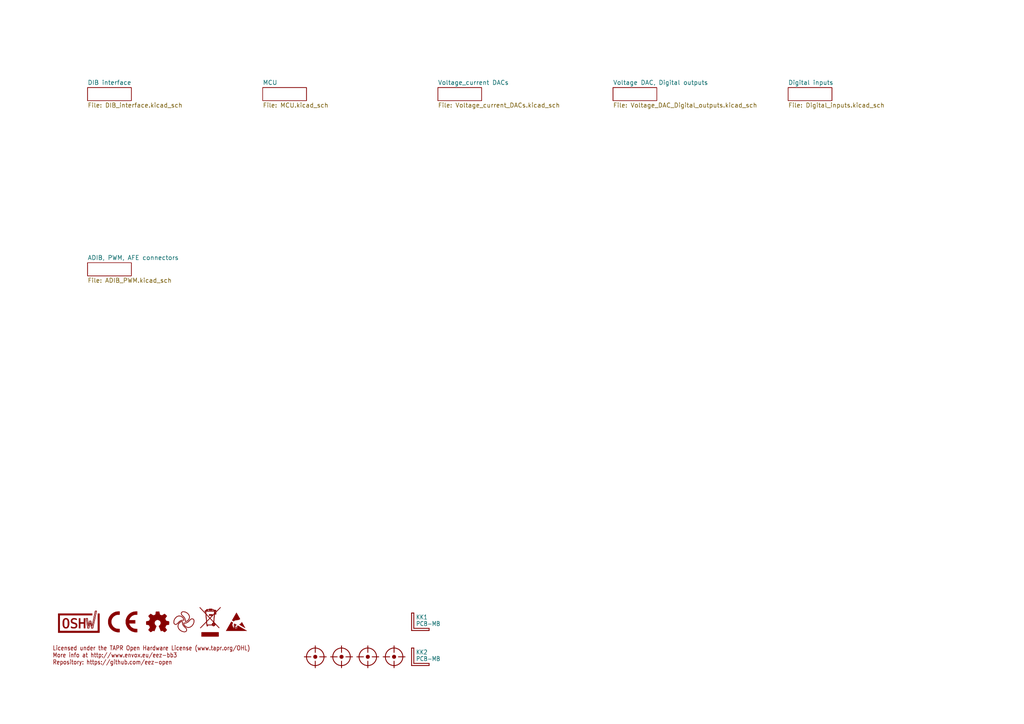
<source format=kicad_sch>
(kicad_sch (version 20230121) (generator eeschema)
  (paper "A4")
  (title_block (title "EEZ DIB MIO168") (date "2024-01-19") (rev "r3B1") (company "Envox d.o.o.") (comment 1 "https://www.envox.eu"))
  (lib_symbols
    (symbol "PCM_EEZ_symbols:CE logo" (pin_names (offset 1.016)) (in_bom no))
    (symbol "PCM_EEZ_symbols:EEZ logo" (pin_names (offset 1.016)) (in_bom no))
    (symbol "PCM_EEZ_symbols:ESD logo" (pin_names (offset 1.016)) (in_bom no))
    (symbol "PCM_EEZ_symbols:FIDUCIAL" (in_bom no))
    (symbol "PCM_EEZ_symbols:OWHWA logo" (pin_names (offset 1.016)) (in_bom no))
    (symbol "PCM_EEZ_symbols:Open HW logo" (pin_names (offset 1.016)) (in_bom no))
    (symbol "PCM_EEZ_symbols:WEEE logo" (pin_names (offset 1.016)) (in_bom no))
    (symbol "PCM_EEZ_unsorted:PCB-MB-01"
      (property "Reference" "KK" (at 1.27 3.175 0))
      (property "Value" "PCB-MB-01" (at 1.27 1.27 0))
    )
  )
  (text "Licensed under the TAPR Open Hardware License (www.tapr.org/OHL)\nMore info at http://www.envox.eu/eez-bb3\nRepository: https://github.com/eez-open" (at 15.24 193.04 0) (effects (font (size 1.27 1.0795)) (justify left bottom)))
  (symbol (lib_id "PCM_EEZ_symbols:FIDUCIAL") (at 99.06 190.5 0) (unit 1) (in_bom no)
    (property "Reference" "FM2" (effects hide))
    (property "Value" "FIDUCIAL_2" (effects hide))
    (property "Footprint" "PCM_EEZ_SMD:Fiducial" (effects hide))
  )
  (symbol (lib_id "PCM_EEZ_unsorted:PCB-MB-01") (at 119.38 182.88 0) (unit 1)
    (property "Reference" "KK1" (at 120.65 179.705 0) (effects (font (size 1.27 1.0795)) (justify left bottom)))
    (property "Value" "PCB-MB" (at 120.65 181.61 0) (effects (font (size 1.27 1.0795)) (justify left bottom)))
    (property "Footprint" "PCM_EEZ_unsorted:PCB-MB-01" (effects hide))
    (property "DigiKey" "RPC1760-ND" (effects hide))
    (property "Mouser" "144-PCB-MB-01 " (effects hide))
    (property "TME" "RI-PCB-MB-01" (effects hide))
  )
  (symbol (lib_id "PCM_EEZ_symbols:Open HW logo") (at 45.72 180.34 0) (unit 1) (in_bom no)
    (property "Reference" "LOGO3" (effects hide))
    (property "Value" "Open HW logo" (effects hide))
    (property "Footprint" "PCM_EEZ_unsorted:Open HW logo" (effects hide))
  )
  (symbol (lib_id "PCM_EEZ_symbols:OWHWA logo") (at 22.86 180.34 0) (unit 1) (in_bom no)
    (property "Reference" "LOGO1" (effects hide))
    (property "Value" "OSHWA logo" (effects hide))
    (property "Footprint" "PCM_EEZ_unsorted:OSHWA logo (9.5 x 5 mm)" (effects hide))
  )
  (symbol (lib_id "PCM_EEZ_symbols:EEZ logo") (at 53.34 180.34 0) (unit 1) (in_bom no)
    (property "Reference" "LOGO4" (effects hide))
    (property "Value" "EEZ logo" (effects hide))
    (property "Footprint" "PCM_EEZ_unsorted:EEZ logo (outline 6mm)" (effects hide))
  )
  (symbol (lib_id "PCM_EEZ_symbols:ESD logo") (at 68.58 180.34 0) (unit 1) (in_bom no)
    (property "Reference" "LOGO6" (effects hide))
    (property "Value" "ESD logo" (effects hide))
    (property "Footprint" "PCM_EEZ_unsorted:ESD  logo" (effects hide))
  )
  (symbol (lib_id "PCM_EEZ_symbols:FIDUCIAL") (at 91.44 190.5 0) (unit 1) (in_bom no)
    (property "Reference" "FM1" (effects hide))
    (property "Value" "FIDUCIAL_2" (effects hide))
    (property "Footprint" "PCM_EEZ_SMD:Fiducial" (effects hide))
  )
  (symbol (lib_id "PCM_EEZ_symbols:FIDUCIAL") (at 114.3 190.5 0) (unit 1) (in_bom no)
    (property "Reference" "FM4" (effects hide))
    (property "Value" "FIDUCIAL_2" (effects hide))
    (property "Footprint" "PCM_EEZ_SMD:Fiducial" (effects hide))
  )
  (symbol (lib_id "PCM_EEZ_unsorted:PCB-MB-01") (at 119.38 193.04 0) (unit 1)
    (property "Reference" "KK2" (at 120.65 189.865 0) (effects (font (size 1.27 1.0795)) (justify left bottom)))
    (property "Value" "PCB-MB" (at 120.65 191.77 0) (effects (font (size 1.27 1.0795)) (justify left bottom)))
    (property "Footprint" "PCM_EEZ_unsorted:PCB-MB-01" (effects hide))
    (property "DigiKey" "RPC1760-ND" (effects hide))
    (property "Mouser" "144-PCB-MB-01 " (effects hide))
    (property "TME" "RI-PCB-MB-01" (effects hide))
  )
  (symbol (lib_id "PCM_EEZ_symbols:WEEE logo") (at 60.96 180.34 0) (unit 1) (in_bom no)
    (property "Reference" "LOGO5" (effects hide))
    (property "Value" "WEEE logo" (effects hide))
    (property "Footprint" "PCM_EEZ_unsorted:WEEE logo" (effects hide))
  )
  (symbol (lib_id "PCM_EEZ_symbols:CE logo") (at 35.56 180.34 0) (unit 1) (in_bom no)
    (property "Reference" "LOGO2" (effects hide))
    (property "Value" "CR logo" (effects hide))
    (property "Footprint" "PCM_EEZ_unsorted:CE logo" (effects hide))
  )
  (symbol (lib_id "PCM_EEZ_symbols:FIDUCIAL") (at 106.68 190.5 0) (unit 1) (in_bom no)
    (property "Reference" "FM3" (effects hide))
    (property "Value" "FIDUCIAL_2" (effects hide))
    (property "Footprint" "PCM_EEZ_SMD:Fiducial" (effects hide))
  )
  (sheet (at 25.4 76.2) (size 12.7 3.81)
    (property "Sheetname" "ADIB, PWM, AFE connectors" (at 25.4 75.4884 0) (effects (justify left bottom)))
    (property "Sheetfile" "ADIB_PWM.kicad_sch" (at 25.4 80.5946 0) (effects (justify left top)))
  )
  (sheet (at 177.8 25.4) (size 12.7 3.81)
    (property "Sheetname" "Voltage DAC, Digital outputs" (at 177.8 24.6884 0) (effects (justify left bottom)))
    (property "Sheetfile" "Voltage_DAC_Digital_outputs.kicad_sch" (at 177.8 29.7946 0) (effects (justify left top)))
  )
  (sheet (at 228.6 25.4) (size 12.7 3.81)
    (property "Sheetname" "Digital inputs" (at 228.6 24.6884 0) (effects (justify left bottom)))
    (property "Sheetfile" "Digital_inputs.kicad_sch" (at 228.6 29.7946 0) (effects (justify left top)))
  )
  (sheet (at 76.2 25.4) (size 12.7 3.81)
    (property "Sheetname" "MCU" (at 76.2 24.6884 0) (effects (justify left bottom)))
    (property "Sheetfile" "MCU.kicad_sch" (at 76.2 29.7946 0) (effects (justify left top)))
  )
  (sheet (at 25.4 25.4) (size 12.7 3.81)
    (property "Sheetname" "DIB interface" (at 25.4 24.6884 0) (effects (justify left bottom)))
    (property "Sheetfile" "DIB_interface.kicad_sch" (at 25.4 29.7946 0) (effects (justify left top)))
  )
  (sheet (at 127 25.4) (size 12.7 3.81)
    (property "Sheetname" "Voltage_current DACs" (at 127 24.6884 0) (effects (justify left bottom)))
    (property "Sheetfile" "Voltage_current_DACs.kicad_sch" (at 127 29.7946 0) (effects (justify left top)))
  )
)
</source>
